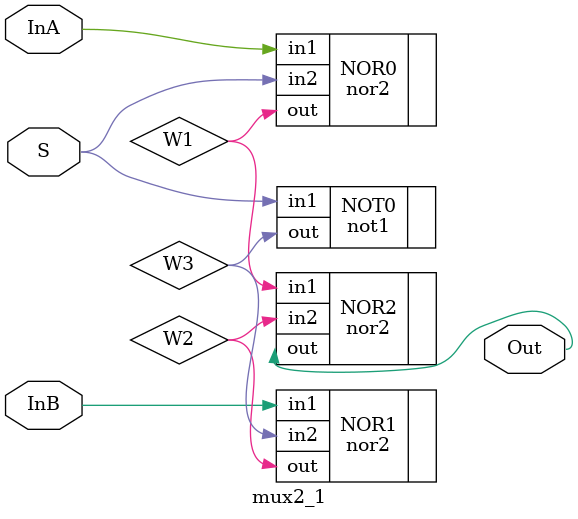
<source format=v>
module mux2_1(Out, S, InA, InB);

	output Out;
	input S, InA, InB;
	
	wire W1, W2, W3;
	
	not1 NOT0(.out(W3), .in1(S));
	
	nor2 NOR0(.out(W1), .in1(InA), .in2(S)),
	     NOR1(.out(W2), .in1(InB), .in2(W3)),
	     NOR2(.out(Out), .in1(W1), .in2(W2));

endmodule 
</source>
